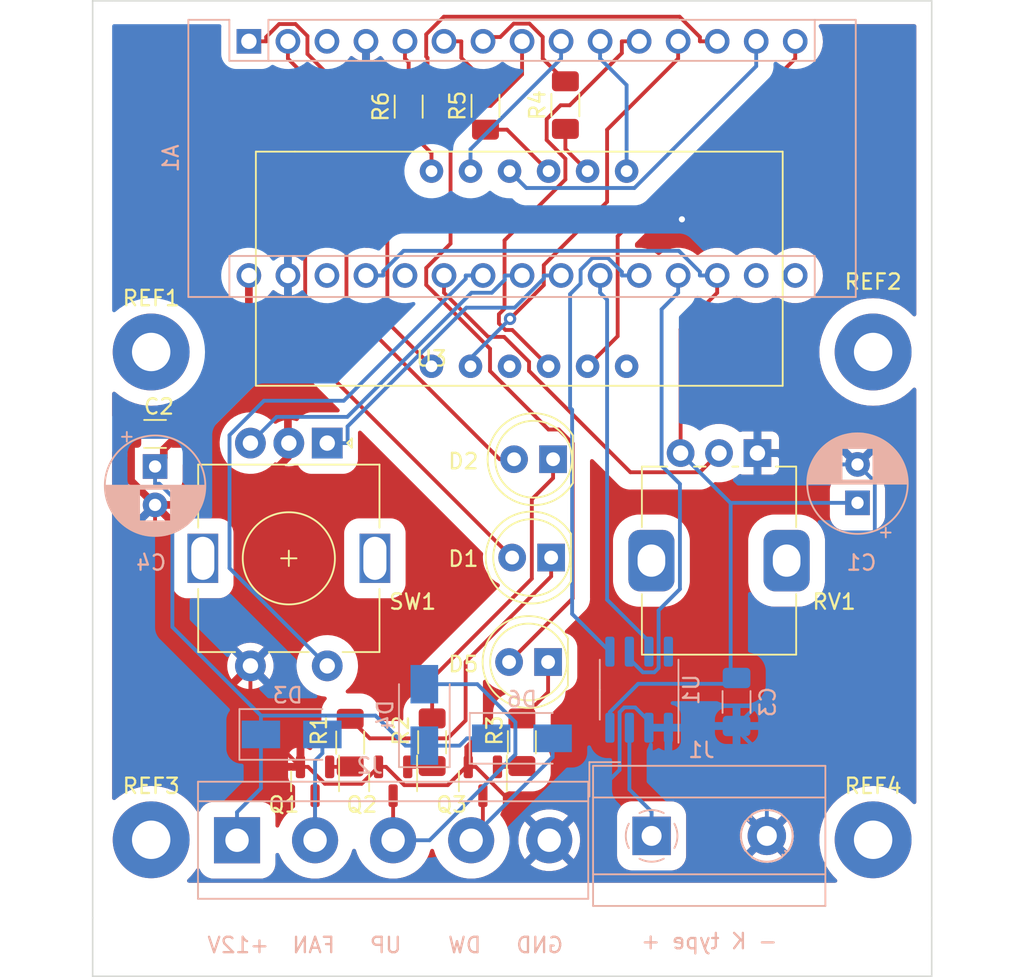
<source format=kicad_pcb>
(kicad_pcb (version 20211014) (generator pcbnew)
  (layers (0 "F.Cu" signal) (31 "B.Cu" signal) (34 "B.Paste" user) (35 "F.Paste" user) (36 "B.SilkS" user "B.Silkscreen") (37 "F.SilkS" user "F.Silkscreen") (38 "B.Mask" user) (39 "F.Mask" user) (44 "Edge.Cuts" user))
  (net 0 "")
  (net 1 "Net-(A1-Pad1)")
  (net 2 "Net-(A1-Pad2)")
  (net 4 "GND")
  (net 5 "Net-(A1-Pad5)")
  (net 6 "Net-(A1-Pad6)")
  (net 7 "Net-(A1-Pad7)")
  (net 8 "Net-(A1-Pad8)")
  (net 9 "Net-(A1-Pad9)")
  (net 10 "Net-(A1-Pad10)")
  (net 11 "Net-(A1-Pad11)")
  (net 12 "Net-(A1-Pad12)")
  (net 13 "Net-(A1-Pad13)")
  (net 14 "Net-(A1-Pad14)")
  (net 15 "Net-(A1-Pad15)")
  (net 18 "Net-(A1-Pad18)")
  (net 19 "Net-(A1-Pad19)")
  (net 20 "Net-(A1-Pad20)")
  (net 21 "Net-(A1-Pad21)")
  (net 22 "Net-(A1-Pad22)")
  (net 23 "Net-(A1-Pad23)")
  (net 24 "Net-(A1-Pad24)")
  (net 25 "Net-(A1-Pad25)")
  (net 28 "Net-(J1-Pad1)")
  (net 29 "Net-(D1-Pad1)")
  (net 30 "Net-(D2-Pad1)")
  (net 31 "/DW")
  (net 32 "/UP")
  (net 33 "Net-(D5-Pad1)")
  (net 34 "/FAN")
  (net 35 "Net-(R4-Pad1)")
  (net 36 "Net-(Q1-Pad1)")
  (net 37 "Net-(Q2-Pad1)")
  (net 38 "Net-(Q3-Pad1)")
  (net 39 "Net-(R5-Pad1)")
  (net 40 "Net-(R6-Pad1)")
  (net 43 "/+12V")
  (footprint "Rotary_Encoder:RotaryEncoder_Alps_EC11E-Switch_Vertical_H20mm" (layer "F.Cu") (at 128.3 89.75 -90)
    (fp_text reference "SW1" (at 10.326 -5.558 180) (layer "F.SilkS"))
    (fp_text value "RotaryEncoder")
    (pad "A" thru_hole rect (at 0 0 270) (size 2 2) (drill 1) (layers *.Cu *.Mask) (net 22 "Net-(A1-Pad22)"))
    (pad "B" thru_hole circle (at 0 5 270) (size 2 2) (drill 1) (layers *.Cu *.Mask) (net 23 "Net-(A1-Pad23)"))
    (pad "C" thru_hole circle (at 0 2.5 270) (size 2 2) (drill 1) (layers *.Cu *.Mask) (net 4 "GND"))
    (pad "MP" thru_hole rect (at 7.5 -3.1 270) (size 3.2 2) (drill oval 2.8 1.5) (layers *.Cu *.Mask))
    (pad "MP" thru_hole rect (at 7.5 8.1 270) (size 3.2 2) (drill oval 2.8 1.5) (layers *.Cu *.Mask))
    (pad "S1" thru_hole circle (at 14.5 5 270) (size 2 2) (drill 1) (layers *.Cu *.Mask) (net 4 "GND"))
    (pad "S2" thru_hole circle (at 14.5 0 270) (size 2 2) (drill 1) (layers *.Cu *.Mask) (net 24 "Net-(A1-Pad24)"))
  )
  (footprint "Potentiometer_THT:Potentiometer_Alps_RK09K_Single_Vertical" (layer "F.Cu") (at 156.3 90.4 -90)
    (fp_text reference "RV1" (at 9.676 -4.99 180) (layer "F.SilkS"))
    (fp_text value "10K")
    (pad "1" thru_hole rect (at 0 0 270) (size 1.8 1.8) (drill 1) (layers *.Cu *.Mask) (net 4 "GND"))
    (pad "2" thru_hole circle (at 0 2.5 270) (size 1.8 1.8) (drill 1) (layers *.Cu *.Mask) (net 25 "Net-(A1-Pad25)"))
    (pad "3" thru_hole circle (at 0 5 270) (size 1.8 1.8) (drill 1) (layers *.Cu *.Mask) (net 18 "Net-(A1-Pad18)"))
    (pad "MP" thru_hole roundrect (at 7 6.9 270) (size 4 3) (drill oval 2.1 1.8) (layers *.Cu *.Mask))
    (pad "MP" thru_hole roundrect (at 7 -1.9 270) (size 4 3) (drill oval 2.1 1.8) (layers *.Cu *.Mask))
  )
  (footprint "Resistor_SMD:R_1206_3216Metric_Pad1.30x1.75mm_HandSolder" (layer "F.Cu") (at 129.794 109.246 90)
    (fp_text reference "R1" (at 0.788 -2.032 90) (layer "F.SilkS"))
    (fp_text value "150")
    (pad "1" smd roundrect (at -1.55 0 90) (size 1.3 1.75) (layers "F.Cu" "F.Paste" "F.Mask") (roundrect_rratio 0.192308) (net 36 "Net-(Q1-Pad1)"))
    (pad "2" smd roundrect (at 1.55 0 90) (size 1.3 1.75) (layers "F.Cu" "F.Paste" "F.Mask") (roundrect_rratio 0.192308) (net 29 "Net-(D1-Pad1)"))
  )
  (footprint "LED_THT:LED_D5.0mm" (layer "F.Cu") (at 143 90.8 180)
    (fp_text reference "D2" (at 5.84 -0.132) (layer "F.SilkS"))
    (fp_text value "LED")
    (pad "1" thru_hole rect (at 0 0 180) (size 1.8 1.8) (drill 0.9) (layers *.Cu *.Mask) (net 30 "Net-(D2-Pad1)"))
    (pad "2" thru_hole circle (at 2.54 0 180) (size 1.8 1.8) (drill 0.9) (layers *.Cu *.Mask) (net 1 "Net-(A1-Pad1)"))
  )
  (footprint "LED_THT:LED_D5.0mm" (layer "F.Cu") (at 142.875 97.2 180)
    (fp_text reference "D1" (at 5.715 -0.082) (layer "F.SilkS"))
    (fp_text value "LED")
    (pad "1" thru_hole rect (at 0 0 180) (size 1.8 1.8) (drill 0.9) (layers *.Cu *.Mask) (net 29 "Net-(D1-Pad1)"))
    (pad "2" thru_hole circle (at 2.54 0 180) (size 1.8 1.8) (drill 0.9) (layers *.Cu *.Mask) (net 2 "Net-(A1-Pad2)"))
  )
  (footprint "Resistor_SMD:R_1206_3216Metric_Pad1.30x1.75mm_HandSolder" (layer "F.Cu") (at 140.97 109.22 90)
    (fp_text reference "R3" (at 0.762 -1.778 90) (layer "F.SilkS"))
    (fp_text value "150")
    (pad "1" smd roundrect (at -1.55 0 90) (size 1.3 1.75) (layers "F.Cu" "F.Paste" "F.Mask") (roundrect_rratio 0.192308) (net 38 "Net-(Q3-Pad1)"))
    (pad "2" smd roundrect (at 1.55 0 90) (size 1.3 1.75) (layers "F.Cu" "F.Paste" "F.Mask") (roundrect_rratio 0.192308) (net 33 "Net-(D5-Pad1)"))
  )
  (footprint "LED_THT:LED_D5.0mm" (layer "F.Cu") (at 142.675 104 180)
    (fp_text reference "D5" (at 5.515 -0.14) (layer "F.SilkS"))
    (fp_text value "LED")
    (pad "1" thru_hole rect (at 0 0 180) (size 1.8 1.8) (drill 0.9) (layers *.Cu *.Mask) (net 33 "Net-(D5-Pad1)"))
    (pad "2" thru_hole circle (at 2.54 0 180) (size 1.8 1.8) (drill 0.9) (layers *.Cu *.Mask) (net 8 "Net-(A1-Pad8)"))
  )
  (footprint "MountingHole:MountingHole_2.5mm_Pad" (layer "F.Cu") (at 163.83 83.82)
    (fp_text reference "REF2" (at 0 -4.572) (layer "F.SilkS"))
    (fp_text value "MountingHole_2.5mm_Pad")
    (pad "1" thru_hole circle (at 0 0) (size 5 5) (drill 2.5) (layers *.Cu *.Mask))
  )
  (footprint "Resistor_SMD:R_1206_3216Metric_Pad1.30x1.75mm_HandSolder" (layer "F.Cu") (at 143.8 67.75 90)
    (fp_text reference "R4" (at 0 -1.82 90) (layer "F.SilkS"))
    (fp_text value "220")
    (pad "1" smd roundrect (at -1.55 0 90) (size 1.3 1.75) (layers "F.Cu" "F.Paste" "F.Mask") (roundrect_rratio 0.192308) (net 35 "Net-(R4-Pad1)"))
    (pad "2" smd roundrect (at 1.55 0 90) (size 1.3 1.75) (layers "F.Cu" "F.Paste" "F.Mask") (roundrect_rratio 0.192308) (net 7 "Net-(A1-Pad7)"))
  )
  (footprint "Resistor_SMD:R_1206_3216Metric_Pad1.30x1.75mm_HandSolder" (layer "F.Cu") (at 138.6 67.8 90)
    (fp_text reference "R5" (at 0 -1.82 90) (layer "F.SilkS"))
    (fp_text value "220")
    (pad "1" smd roundrect (at -1.55 0 90) (size 1.3 1.75) (layers "F.Cu" "F.Paste" "F.Mask") (roundrect_rratio 0.192308) (net 39 "Net-(R5-Pad1)"))
    (pad "2" smd roundrect (at 1.55 0 90) (size 1.3 1.75) (layers "F.Cu" "F.Paste" "F.Mask") (roundrect_rratio 0.192308) (net 6 "Net-(A1-Pad6)"))
  )
  (footprint "Package_TO_SOT_SMD:SOT-23" (layer "F.Cu") (at 127.508 111.76 -90)
    (fp_text reference "Q1" (at 1.524 2.032 180) (layer "F.SilkS"))
    (fp_text value "BC817")
    (pad "1" smd roundrect (at -0.9375 -0.95 270) (size 1.475 0.6) (layers "F.Cu" "F.Paste" "F.Mask") (net 36 "Net-(Q1-Pad1)"))
    (pad "2" smd roundrect (at -0.9375 0.95 270) (size 1.475 0.6) (layers "F.Cu" "F.Paste" "F.Mask") (net 4 "GND"))
    (pad "3" smd roundrect (at 0.9375 0 270) (size 1.475 0.6) (layers "F.Cu" "F.Paste" "F.Mask") (net 34 "/FAN"))
  )
  (footprint "MountingHole:MountingHole_2.5mm_Pad" (layer "F.Cu") (at 163.83 115.57)
    (fp_text reference "REF4" (at 0 -3.5) (layer "F.SilkS"))
    (fp_text value "MountingHole_2.5mm_Pad")
    (pad "1" thru_hole circle (at 0 0) (size 5 5) (drill 2.5) (layers *.Cu *.Mask))
  )
  (footprint "Package_TO_SOT_SMD:SOT-23" (layer "F.Cu") (at 138.43 111.76 -90)
    (fp_text reference "Q3" (at 1.524 2.032 180) (layer "F.SilkS"))
    (fp_text value "BC817")
    (pad "1" smd roundrect (at -0.9375 -0.95 270) (size 1.475 0.6) (layers "F.Cu" "F.Paste" "F.Mask") (net 38 "Net-(Q3-Pad1)"))
    (pad "2" smd roundrect (at -0.9375 0.95 270) (size 1.475 0.6) (layers "F.Cu" "F.Paste" "F.Mask") (net 4 "GND"))
    (pad "3" smd roundrect (at 0.9375 0 270) (size 1.475 0.6) (layers "F.Cu" "F.Paste" "F.Mask") (net 31 "/DW"))
  )
  (footprint "MountingHole:MountingHole_2.5mm_Pad" (layer "F.Cu") (at 116.84 115.57)
    (fp_text reference "REF3" (at 0 -3.5) (layer "F.SilkS"))
    (fp_text value "MountingHole_2.5mm_Pad")
    (pad "1" thru_hole circle (at 0 0) (size 5 5) (drill 2.5) (layers *.Cu *.Mask))
  )
  (footprint "Display3bit:LTD040BUE-101A" (layer "F.Cu") (at 135.085 84.75)
    (fp_text reference "U3" (at 0 -0.5 unlocked) (layer "F.SilkS"))
    (fp_text value "LTD040BUE-101A")
    (pad "1" thru_hole circle (at 0 0) (size 1.524 1.524) (drill 0.762) (layers *.Cu *.Mask) (net 13 "Net-(A1-Pad13)"))
    (pad "2" thru_hole circle (at 2.54 0) (size 1.524 1.524) (drill 0.762) (layers *.Cu *.Mask) (net 12 "Net-(A1-Pad12)"))
    (pad "3" thru_hole circle (at 5.08 0) (size 1.524 1.524) (drill 0.762) (layers *.Cu *.Mask))
    (pad "4" thru_hole circle (at 7.62 0) (size 1.524 1.524) (drill 0.762) (layers *.Cu *.Mask) (net 11 "Net-(A1-Pad11)"))
    (pad "5" thru_hole circle (at 10.16 0) (size 1.524 1.524) (drill 0.762) (layers *.Cu *.Mask) (net 15 "Net-(A1-Pad15)"))
    (pad "6" thru_hole circle (at 12.7 0) (size 1.524 1.524) (drill 0.762) (layers *.Cu *.Mask))
    (pad "7" thru_hole circle (at 12.7 -12.7) (size 1.524 1.524) (drill 0.762) (layers *.Cu *.Mask) (net 10 "Net-(A1-Pad10)"))
    (pad "8" thru_hole circle (at 10.16 -12.7) (size 1.524 1.524) (drill 0.762) (layers *.Cu *.Mask) (net 35 "Net-(R4-Pad1)"))
    (pad "9" thru_hole circle (at 7.62 -12.7) (size 1.524 1.524) (drill 0.762) (layers *.Cu *.Mask) (net 39 "Net-(R5-Pad1)"))
    (pad "10" thru_hole circle (at 5.08 -12.7) (size 1.524 1.524) (drill 0.762) (layers *.Cu *.Mask) (net 14 "Net-(A1-Pad14)"))
    (pad "11" thru_hole circle (at 2.54 -12.7) (size 1.524 1.524) (drill 0.762) (layers *.Cu *.Mask) (net 9 "Net-(A1-Pad9)"))
    (pad "12" thru_hole circle (at 0 -12.7) (size 1.524 1.524) (drill 0.762) (layers *.Cu *.Mask) (net 40 "Net-(R6-Pad1)"))
  )
  (footprint "Capacitor_SMD:C_1206_3216Metric_Pad1.33x1.80mm_HandSolder" (layer "F.Cu") (at 117.094 89.154 180)
    (fp_text reference "C2" (at -0.254 1.778) (layer "F.SilkS"))
    (fp_text value "100n")
    (pad "1" smd roundrect (at -1.5625 0 180) (size 1.325 1.8) (layers "F.Cu" "F.Paste" "F.Mask") (roundrect_rratio 0.188679) (net 43 "/+12V"))
    (pad "2" smd roundrect (at 1.5625 0 180) (size 1.325 1.8) (layers "F.Cu" "F.Paste" "F.Mask") (roundrect_rratio 0.188679) (net 4 "GND"))
  )
  (footprint "Resistor_SMD:R_1206_3216Metric_Pad1.30x1.75mm_HandSolder" (layer "F.Cu") (at 133.6 67.85 90)
    (fp_text reference "R6" (at 0 -1.82 90) (layer "F.SilkS"))
    (fp_text value "220")
    (pad "1" smd roundrect (at -1.55 0 90) (size 1.3 1.75) (layers "F.Cu" "F.Paste" "F.Mask") (roundrect_rratio 0.192308) (net 40 "Net-(R6-Pad1)"))
    (pad "2" smd roundrect (at 1.55 0 90) (size 1.3 1.75) (layers "F.Cu" "F.Paste" "F.Mask") (roundrect_rratio 0.192308) (net 5 "Net-(A1-Pad5)"))
  )
  (footprint "MountingHole:MountingHole_2.5mm_Pad" (layer "F.Cu") (at 116.84 83.82)
    (fp_text reference "REF1" (at 0 -3.5) (layer "F.SilkS"))
    (fp_text value "MountingHole_2.5mm_Pad")
    (pad "1" thru_hole circle (at 0 0) (size 5 5) (drill 2.5) (layers *.Cu *.Mask))
  )
  (footprint "Resistor_SMD:R_1206_3216Metric_Pad1.30x1.75mm_HandSolder" (layer "F.Cu") (at 135.128 109.22 90)
    (fp_text reference "R2" (at 0.762 -2.032 90) (layer "F.SilkS"))
    (fp_text value "150")
    (pad "1" smd roundrect (at -1.55 0 90) (size 1.3 1.75) (layers "F.Cu" "F.Paste" "F.Mask") (roundrect_rratio 0.192308) (net 37 "Net-(Q2-Pad1)"))
    (pad "2" smd roundrect (at 1.55 0 90) (size 1.3 1.75) (layers "F.Cu" "F.Paste" "F.Mask") (roundrect_rratio 0.192308) (net 30 "Net-(D2-Pad1)"))
  )
  (footprint "Package_TO_SOT_SMD:SOT-23" (layer "F.Cu") (at 132.588 111.76 -90)
    (fp_text reference "Q2" (at 1.524 2.032 180) (layer "F.SilkS"))
    (fp_text value "BC817")
    (pad "1" smd roundrect (at -0.9375 -0.95 270) (size 1.475 0.6) (layers "F.Cu" "F.Paste" "F.Mask") (net 37 "Net-(Q2-Pad1)"))
    (pad "2" smd roundrect (at -0.9375 0.95 270) (size 1.475 0.6) (layers "F.Cu" "F.Paste" "F.Mask") (net 4 "GND"))
    (pad "3" smd roundrect (at 0.9375 0 270) (size 1.475 0.6) (layers "F.Cu" "F.Paste" "F.Mask") (net 32 "/UP"))
  )
  (footprint "Module:Arduino_Nano" (layer "B.Cu") (at 123.2 63.6 -90)
    (fp_text reference "A1" (at 7.62 5.08 90) (layer "B.SilkS") (effects (justify mirror)))
    (fp_text value "Arduino_Nano_v3.x")
    (pad "1" thru_hole rect (at 0 0 270) (size 1.6 1.6) (drill 1) (layers *.Cu *.Mask) (net 1 "Net-(A1-Pad1)"))
    (pad "2" thru_hole oval (at 0 -2.54 270) (size 1.6 1.6) (drill 1) (layers *.Cu *.Mask) (net 2 "Net-(A1-Pad2)"))
    (pad "3" thru_hole oval (at 0 -5.08 270) (size 1.6 1.6) (drill 1) (layers *.Cu *.Mask))
    (pad "4" thru_hole oval (at 0 -7.62 270) (size 1.6 1.6) (drill 1) (layers *.Cu *.Mask) (net 4 "GND"))
    (pad "5" thru_hole oval (at 0 -10.16 270) (size 1.6 1.6) (drill 1) (layers *.Cu *.Mask) (net 5 "Net-(A1-Pad5)"))
    (pad "6" thru_hole oval (at 0 -12.7 270) (size 1.6 1.6) (drill 1) (layers *.Cu *.Mask) (net 6 "Net-(A1-Pad6)"))
    (pad "7" thru_hole oval (at 0 -15.24 270) (size 1.6 1.6) (drill 1) (layers *.Cu *.Mask) (net 7 "Net-(A1-Pad7)"))
    (pad "8" thru_hole oval (at 0 -17.78 270) (size 1.6 1.6) (drill 1) (layers *.Cu *.Mask) (net 8 "Net-(A1-Pad8)"))
    (pad "9" thru_hole oval (at 0 -20.32 270) (size 1.6 1.6) (drill 1) (layers *.Cu *.Mask) (net 9 "Net-(A1-Pad9)"))
    (pad "10" thru_hole oval (at 0 -22.86 270) (size 1.6 1.6) (drill 1) (layers *.Cu *.Mask) (net 10 "Net-(A1-Pad10)"))
    (pad "11" thru_hole oval (at 0 -25.4 270) (size 1.6 1.6) (drill 1) (layers *.Cu *.Mask) (net 11 "Net-(A1-Pad11)"))
    (pad "12" thru_hole oval (at 0 -27.94 270) (size 1.6 1.6) (drill 1) (layers *.Cu *.Mask) (net 12 "Net-(A1-Pad12)"))
    (pad "13" thru_hole oval (at 0 -30.48 270) (size 1.6 1.6) (drill 1) (layers *.Cu *.Mask) (net 13 "Net-(A1-Pad13)"))
    (pad "14" thru_hole oval (at 0 -33.02 270) (size 1.6 1.6) (drill 1) (layers *.Cu *.Mask) (net 14 "Net-(A1-Pad14)"))
    (pad "15" thru_hole oval (at 0 -35.56 270) (size 1.6 1.6) (drill 1) (layers *.Cu *.Mask) (net 15 "Net-(A1-Pad15)"))
    (pad "16" thru_hole oval (at 15.24 -35.56 270) (size 1.6 1.6) (drill 1) (layers *.Cu *.Mask))
    (pad "17" thru_hole oval (at 15.24 -33.02 270) (size 1.6 1.6) (drill 1) (layers *.Cu *.Mask))
    (pad "18" thru_hole oval (at 15.24 -30.48 270) (size 1.6 1.6) (drill 1) (layers *.Cu *.Mask) (net 18 "Net-(A1-Pad18)"))
    (pad "19" thru_hole oval (at 15.24 -27.94 270) (size 1.6 1.6) (drill 1) (layers *.Cu *.Mask) (net 19 "Net-(A1-Pad19)"))
    (pad "20" thru_hole oval (at 15.24 -25.4 270) (size 1.6 1.6) (drill 1) (layers *.Cu *.Mask) (net 20 "Net-(A1-Pad20)"))
    (pad "21" thru_hole oval (at 15.24 -22.86 270) (size 1.6 1.6) (drill 1) (layers *.Cu *.Mask) (net 21 "Net-(A1-Pad21)"))
    (pad "22" thru_hole oval (at 15.24 -20.32 270) (size 1.6 1.6) (drill 1) (layers *.Cu *.Mask) (net 22 "Net-(A1-Pad22)"))
    (pad "23" thru_hole oval (at 15.24 -17.78 270) (size 1.6 1.6) (drill 1) (layers *.Cu *.Mask) (net 23 "Net-(A1-Pad23)"))
    (pad "24" thru_hole oval (at 15.24 -15.24 270) (size 1.6 1.6) (drill 1) (layers *.Cu *.Mask) (net 24 "Net-(A1-Pad24)"))
    (pad "25" thru_hole oval (at 15.24 -12.7 270) (size 1.6 1.6) (drill 1) (layers *.Cu *.Mask) (net 25 "Net-(A1-Pad25)"))
    (pad "26" thru_hole oval (at 15.24 -10.16 270) (size 1.6 1.6) (drill 1) (layers *.Cu *.Mask))
    (pad "27" thru_hole oval (at 15.24 -7.62 270) (size 1.6 1.6) (drill 1) (layers *.Cu *.Mask) (net 18 "Net-(A1-Pad18)"))
    (pad "28" thru_hole oval (at 15.24 -5.08 270) (size 1.6 1.6) (drill 1) (layers *.Cu *.Mask))
    (pad "29" thru_hole oval (at 15.24 -2.54 270) (size 1.6 1.6) (drill 1) (layers *.Cu *.Mask) (net 4 "GND"))
    (pad "30" thru_hole oval (at 15.24 0 270) (size 1.6 1.6) (drill 1) (layers *.Cu *.Mask) (net 43 "/+12V"))
  )
  (footprint "Capacitor_THT:CP_Radial_D6.3mm_P2.50mm" (layer "B.Cu") (at 162.814 93.6384 90)
    (fp_text reference "C1" (at -3.8976 0.254) (layer "B.SilkS") (effects (justify mirror)))
    (fp_text value "10u")
    (pad "1" thru_hole rect (at 0 0 90) (size 1.6 1.6) (drill 0.8) (layers *.Cu *.Mask) (net 18 "Net-(A1-Pad18)"))
    (pad "2" thru_hole circle (at 2.5 0 90) (size 1.6 1.6) (drill 0.8) (layers *.Cu *.Mask) (net 4 "GND"))
  )
  (footprint "Capacitor_SMD:C_1206_3216Metric_Pad1.33x1.80mm_HandSolder" (layer "B.Cu") (at 154.94 106.6 -90)
    (fp_text reference "C3" (at 0 -2.032 90) (layer "B.SilkS") (effects (justify mirror)))
    (fp_text value "100n")
    (pad "1" smd roundrect (at -1.5625 0 270) (size 1.325 1.8) (layers "B.Cu" "B.Paste" "B.Mask") (roundrect_rratio 0.188679) (net 18 "Net-(A1-Pad18)"))
    (pad "2" smd roundrect (at 1.5625 0 270) (size 1.325 1.8) (layers "B.Cu" "B.Paste" "B.Mask") (roundrect_rratio 0.188679) (net 4 "GND"))
  )
  (footprint "Diode_SMD:D_SMA" (layer "B.Cu") (at 140.97 108.966)
    (fp_text reference "D6" (at 0 -2.54) (layer "B.SilkS") (effects (justify mirror)))
    (fp_text value "SS14")
    (pad "1" smd rect (at -2 0) (size 2.5 1.8) (layers "B.Cu" "B.Paste" "B.Mask") (net 43 "/+12V"))
    (pad "2" smd rect (at 2 0) (size 2.5 1.8) (layers "B.Cu" "B.Paste" "B.Mask") (net 31 "/DW"))
  )
  (footprint "Diode_SMD:D_SMA" (layer "B.Cu") (at 134.62 107.442 90)
    (fp_text reference "D4" (at 0 -2.54 90) (layer "B.SilkS") (effects (justify mirror)))
    (fp_text value "SS14")
    (pad "1" smd rect (at -2 0 90) (size 2.5 1.8) (layers "B.Cu" "B.Paste" "B.Mask") (net 43 "/+12V"))
    (pad "2" smd rect (at 2 0 90) (size 2.5 1.8) (layers "B.Cu" "B.Paste" "B.Mask") (net 32 "/UP"))
  )
  (footprint "Capacitor_THT:CP_Radial_D6.3mm_P2.50mm" (layer "B.Cu") (at 117.094 91.2736 -90)
    (fp_text reference "C4" (at 6.2624 0.254) (layer "B.SilkS") (effects (justify mirror)))
    (fp_text value "10u")
    (pad "1" thru_hole rect (at 0 0 270) (size 1.6 1.6) (drill 0.8) (layers *.Cu *.Mask) (net 43 "/+12V"))
    (pad "2" thru_hole circle (at 2.5 0 270) (size 1.6 1.6) (drill 0.8) (layers *.Cu *.Mask) (net 4 "GND"))
  )
  (footprint "TerminalBlock_MetzConnect:TerminalBlock_MetzConnect_Type171_RT13702HBWC_1x02_P7.50mm_Horizontal" (layer "B.Cu") (at 149.412 115.316)
    (fp_text reference "J1" (at 3.242 -5.588) (layer "B.SilkS") (effects (justify mirror)))
    (fp_text value "Terminalx02")
    (pad "1" thru_hole rect (at 0 0) (size 2.5 2.5) (drill 1.3) (layers *.Cu *.Mask) (net 28 "Net-(J1-Pad1)"))
    (pad "2" thru_hole circle (at 7.5 0) (size 2.5 2.5) (drill 1.3) (layers *.Cu *.Mask) (net 4 "GND"))
  )
  (footprint "Diode_SMD:D_SMA" (layer "B.Cu") (at 125.984 108.712)
    (fp_text reference "D3" (at -0.254 -2.54) (layer "B.SilkS") (effects (justify mirror)))
    (fp_text value "SS14")
    (pad "1" smd rect (at -2 0) (size 2.5 1.8) (layers "B.Cu" "B.Paste" "B.Mask") (net 43 "/+12V"))
    (pad "2" smd rect (at 2 0) (size 2.5 1.8) (layers "B.Cu" "B.Paste" "B.Mask") (net 34 "/FAN"))
  )
  (footprint "Package_SO:SOIC-8_3.9x4.9mm_P1.27mm" (layer "B.Cu") (at 148.6 105.8 90)
    (fp_text reference "U1" (at 0 3.4 90) (layer "B.SilkS") (effects (justify mirror)))
    (fp_text value "MAX6675")
    (pad "1" smd roundrect (at -2.475 1.905 90) (size 1.95 0.6) (layers "B.Cu" "B.Paste" "B.Mask") (net 4 "GND"))
    (pad "2" smd roundrect (at -2.475 0.635 90) (size 1.95 0.6) (layers "B.Cu" "B.Paste" "B.Mask") (net 4 "GND"))
    (pad "3" smd roundrect (at -2.475 -0.635 90) (size 1.95 0.6) (layers "B.Cu" "B.Paste" "B.Mask") (net 28 "Net-(J1-Pad1)"))
    (pad "4" smd roundrect (at -2.475 -1.905 90) (size 1.95 0.6) (layers "B.Cu" "B.Paste" "B.Mask") (net 18 "Net-(A1-Pad18)"))
    (pad "5" smd roundrect (at 2.475 -1.905 90) (size 1.95 0.6) (layers "B.Cu" "B.Paste" "B.Mask") (net 20 "Net-(A1-Pad20)"))
    (pad "6" smd roundrect (at 2.475 -0.635 90) (size 1.95 0.6) (layers "B.Cu" "B.Paste" "B.Mask") (net 19 "Net-(A1-Pad19)"))
    (pad "7" smd roundrect (at 2.475 0.635 90) (size 1.95 0.6) (layers "B.Cu" "B.Paste" "B.Mask") (net 21 "Net-(A1-Pad21)"))
    (pad "8" smd roundrect (at 2.475 1.905 90) (size 1.95 0.6) (layers "B.Cu" "B.Paste" "B.Mask"))
  )
  (footprint "TerminalBlock:TerminalBlock_bornier-5_P5.08mm" (layer "B.Cu") (at 122.428 115.6)
    (fp_text reference "J2" (at 8.636 -4.856 180) (layer "B.SilkS") (effects (justify mirror)))
    (fp_text value "Terminalx05")
    (pad "1" thru_hole rect (at 0 0) (size 3 3) (drill 1.52) (layers *.Cu *.Mask) (net 43 "/+12V"))
    (pad "2" thru_hole circle (at 5.08 0) (size 3 3) (drill 1.52) (layers *.Cu *.Mask) (net 34 "/FAN"))
    (pad "3" thru_hole circle (at 10.16 0) (size 3 3) (drill 1.52) (layers *.Cu *.Mask) (net 32 "/UP"))
    (pad "4" thru_hole circle (at 15.24 0) (size 3 3) (drill 1.52) (layers *.Cu *.Mask) (net 31 "/DW"))
    (pad "5" thru_hole circle (at 20.32 0) (size 3 3) (drill 1.52) (layers *.Cu *.Mask) (net 4 "GND"))
  )
  (gr_line (start 167.64 124.46) (end 167.64 120.65) (layer "Edge.Cuts") (width 0.1))
  (gr_line (start 167.64 60.96) (end 114.3 60.96) (layer "Edge.Cuts") (width 0.1))
  (gr_line (start 167.64 124.46) (end 113.03 124.46) (layer "Edge.Cuts") (width 0.1))
  (gr_line (start 113.03 120.65) (end 113.03 60.96) (layer "Edge.Cuts") (width 0.1))
  (gr_line (start 114.3 60.96) (end 113.03 60.96) (layer "Edge.Cuts") (width 0.1))
  (gr_line (start 167.64 120.65) (end 167.64 60.96) (layer "Edge.Cuts") (width 0.1))
  (gr_line (start 113.03 124.46) (end 113.03 120.65) (layer "Edge.Cuts") (width 0.1))
  (gr_text "GND   DW    UP   FAN  +12V" (at 132.08 122.428) (layer "B.SilkS") (effects (font (size 1 1)) (justify mirror)))
  (gr_text "- K type +" (at 153.162 122.174) (layer "B.SilkS") (effects (font (size 1 1)) (justify mirror)))
  (segment (start 124.3251 63.6) (end 124.3251 63.3186) (width 0.25) (layer "F.Cu") (net 1))
  (segment (start 127.01 63.2521) (end 127.01 64.4199) (width 0.25) (layer "F.Cu") (net 1))
  (segment (start 127.01 64.4199) (end 129.55 66.9599) (width 0.25) (layer "F.Cu") (net 1))
  (segment (start 129.55 80.8291) (end 139.5209 90.8) (width 0.25) (layer "F.Cu") (net 1))
  (segment (start 125.1688 62.4749) (end 126.2328 62.4749) (width 0.25) (layer "F.Cu") (net 1))
  (segment (start 129.55 66.9599) (end 129.55 80.8291) (width 0.25) (layer "F.Cu") (net 1))
  (segment (start 124.3251 63.3186) (end 125.1688 62.4749) (width 0.25) (layer "F.Cu") (net 1))
  (segment (start 126.2328 62.4749) (end 127.01 63.2521) (width 0.25) (layer "F.Cu") (net 1))
  (segment (start 123.2 63.6) (end 124.3251 63.6) (width 0.25) (layer "F.Cu") (net 1))
  (segment (start 139.5209 90.8) (end 140.46 90.8) (width 0.25) (layer "F.Cu") (net 1))
  (segment (start 126.8651 83.7301) (end 140.335 97.2) (width 0.25) (layer "F.Cu") (net 2))
  (segment (start 125.74 64.7251) (end 126.8651 65.8502) (width 0.25) (layer "F.Cu") (net 2))
  (segment (start 126.8651 65.8502) (end 126.8651 83.7301) (width 0.25) (layer "F.Cu") (net 2))
  (segment (start 125.74 63.6) (end 125.74 64.7251) (width 0.25) (layer "F.Cu") (net 2))
  (segment (start 137.3355 110.8225) (end 137.48 110.8225) (width 0.25) (layer "F.Cu") (net 4))
  (segment (start 125.74 90.668) (end 122.936 93.472) (width 0.5) (layer "F.Cu") (net 4))
  (segment (start 137.9675 110.8225) (end 137.48 110.8225) (width 0.25) (layer "F.Cu") (net 4))
  (segment (start 128.1481 111.9251) (end 127.0455 110.8225) (width 0.25) (layer "F.Cu") (net 4))
  (segment (start 130.5354 111.9251) (end 128.1481 111.9251) (width 0.25) (layer "F.Cu") (net 4))
  (segment (start 133.313751 112.014) (end 132.122251 110.8225) (width 0.25) (layer "F.Cu") (net 4))
  (segment (start 117.094 100.838) (end 117.094 93.7736) (width 0.25) (layer "F.Cu") (net 4))
  (segment (start 127.0455 110.8225) (end 126.558 110.8225) (width 0.25) (layer "F.Cu") (net 4))
  (segment (start 121.6564 93.7736) (end 117.094 93.7736) (width 0.5) (layer "F.Cu") (net 4))
  (segment (start 126.558 110.8225) (end 123.3 107.5645) (width 0.25) (layer "F.Cu") (net 4))
  (segment (start 131.638 110.8225) (end 130.5354 111.9251) (width 0.25) (layer "F.Cu") (net 4))
  (segment (start 123.3 104.25) (end 121.6564 102.6064) (width 0.25) (layer "F.Cu") (net 4))
  (segment (start 117.094 93.7736) (end 115.5315 92.2111) (width 0.5) (layer "F.Cu") (net 4))
  (segment (start 123.3 107.5645) (end 123.3 104.25) (width 0.25) (layer "F.Cu") (net 4))
  (segment (start 142.748 115.6) (end 142.745 115.6) (width 0.25) (layer "F.Cu") (net 4))
  (segment (start 122.936 93.472) (end 121.958 93.472) (width 0.5) (layer "F.Cu") (net 4))
  (segment (start 132.122251 110.8225) (end 131.638 110.8225) (width 0.25) (layer "F.Cu") (net 4))
  (segment (start 136.144 112.014) (end 133.313751 112.014) (width 0.25) (layer "F.Cu") (net 4))
  (segment (start 136.144 112.014) (end 137.3355 110.8225) (width 0.25) (layer "F.Cu") (net 4))
  (segment (start 125.74 78.84) (end 125.74 79.9651) (width 0.25) (layer "F.Cu") (net 4))
  (segment (start 121.958 93.472) (end 121.6564 93.7736) (width 0.5) (layer "F.Cu") (net 4))
  (segment (start 125.74 79.9651) (end 125.74 90.668) (width 0.5) (layer "F.Cu") (net 4))
  (segment (start 121.6564 102.6064) (end 118.8624 102.6064) (width 0.25) (layer "F.Cu") (net 4))
  (segment (start 142.745 115.6) (end 137.9675 110.8225) (width 0.25) (layer "F.Cu") (net 4))
  (segment (start 118.8624 102.6064) (end 117.094 100.838) (width 0.25) (layer "F.Cu") (net 4))
  (segment (start 115.5315 92.2111) (end 115.5315 89.154) (width 0.5) (layer "F.Cu") (net 4))
  (via (at 151.384 75.184) (size 0.8) (drill 0.4) (layers "F.Cu" "B.Cu") (net 4))
  (segment (start 158.2635 91.1384) (end 157.5251 90.4) (width 0.25) (layer "B.Cu") (net 4))
  (segment (start 156.3 90.4) (end 157.5251 90.4) (width 0.25) (layer "B.Cu") (net 4))
  (segment (start 148.345 106.9547) (end 149.235 107.8447) (width 0.25) (layer "B.Cu") (net 4))
  (segment (start 125.74 77.7149) (end 130.82 72.6349) (width 0.25) (layer "B.Cu") (net 4))
  (segment (start 163.9392 92.2636) (end 162.814 91.1384) (width 0.25) (layer "B.Cu") (net 4))
  (segment (start 154.94 108.1625) (end 163.9392 99.1633) (width 0.25) (layer "B.Cu") (net 4))
  (segment (start 156.912 110.3595) (end 154.8275 108.275) (width 0.25) (layer "B.Cu") (net 4))
  (segment (start 142.748 115.6) (end 147.3299 111.0181) (width 0.25) (layer "B.Cu") (net 4))
  (segment (start 130.82 72.6349) (end 130.82 63.6) (width 0.25) (layer "B.Cu") (net 4))
  (segment (start 147.3299 107.2624) (end 147.6376 106.9547) (width 0.25) (layer "B.Cu") (net 4))
  (segment (start 150.505 108.275) (end 149.235 108.275) (width 0.25) (layer "B.Cu") (net 4))
  (segment (start 149.235 107.8447) (end 149.235 108.275) (width 0.25) (layer "B.Cu") (net 4))
  (segment (start 125.74 78.84) (end 125.74 77.7149) (width 0.25) (layer "B.Cu") (net 4))
  (segment (start 147.6376 106.9547) (end 148.345 106.9547) (width 0.25) (layer "B.Cu") (net 4))
  (segment (start 162.814 91.1384) (end 158.2635 91.1384) (width 0.25) (layer "B.Cu") (net 4))
  (segment (start 163.9392 99.1633) (end 163.9392 92.2636) (width 0.25) (layer "B.Cu") (net 4))
  (segment (start 147.3299 111.0181) (end 147.3299 107.2624) (width 0.25) (layer "B.Cu") (net 4))
  (segment (start 154.8275 108.275) (end 154.94 108.1625) (width 0.25) (layer "B.Cu") (net 4))
  (segment (start 154.8275 108.275) (end 150.505 108.275) (width 0.25) (layer "B.Cu") (net 4))
  (segment (start 156.912 115.316) (end 156.912 110.3595) (width 0.25) (layer "B.Cu") (net 4))
  (segment (start 133.36 64.7251) (end 133.6 64.9651) (width 0.25) (layer "F.Cu") (net 5))
  (segment (start 133.36 63.6) (end 133.36 64.7251) (width 0.25) (layer "F.Cu") (net 5))
  (segment (start 133.6 64.9651) (end 133.6 66.3) (width 0.25) (layer "F.Cu") (net 5))
  (segment (start 137.0251 64.6751) (end 138.6 66.25) (width 0.25) (layer "F.Cu") (net 6))
  (segment (start 137.0251 63.6) (end 137.0251 64.6751) (width 0.25) (layer "F.Cu") (net 6))
  (segment (start 135.9 63.6) (end 137.0251 63.6) (width 0.25) (layer "F.Cu") (net 6))
  (segment (start 140.4351 62.4487) (end 141.4618 62.4487) (width 0.25) (layer "F.Cu") (net 7))
  (segment (start 142.3252 64.7252) (end 143.8 66.2) (width 0.25) (layer "F.Cu") (net 7))
  (segment (start 139.5651 63.3187) (end 138.7213 63.3187) (width 0.25) (layer "F.Cu") (net 7))
  (segment (start 138.7213 63.3187) (end 138.44 63.6) (width 0.25) (layer "F.Cu") (net 7))
  (segment (start 141.4618 62.4487) (end 142.3252 63.3121) (width 0.25) (layer "F.Cu") (net 7))
  (segment (start 142.3252 63.3121) (end 142.3252 64.7252) (width 0.25) (layer "F.Cu") (net 7))
  (segment (start 139.5651 63.3187) (end 140.4351 62.4487) (width 0.25) (layer "F.Cu") (net 7))
  (segment (start 144.2766 99.8584) (end 140.135 104) (width 0.25) (layer "F.Cu") (net 8))
  (segment (start 142.7027 88.8665) (end 143.3689 88.8665) (width 0.25) (layer "F.Cu") (net 8))
  (segment (start 143.3689 88.8665) (end 144.2766 89.7742) (width 0.25) (layer "F.Cu") (net 8))
  (segment (start 138.895 83.608) (end 138.895 85.0588) (width 0.25) (layer "F.Cu") (net 8))
  (segment (start 134.7425 78.3499) (end 134.7425 79.4555) (width 0.25) (layer "F.Cu") (net 8))
  (segment (start 138.26 67.8) (end 136.3257 69.7343) (width 0.25) (layer "F.Cu") (net 8))
  (segment (start 138.9331 67.8) (end 138.26 67.8) (width 0.25) (layer "F.Cu") (net 8))
  (segment (start 134.7425 79.4555) (end 138.895 83.608) (width 0.25) (layer "F.Cu") (net 8))
  (segment (start 140.98 65.7531) (end 138.9331 67.8) (width 0.25) (layer "F.Cu") (net 8))
  (segment (start 136.3257 69.7343) (end 136.3257 76.7667) (width 0.25) (layer "F.Cu") (net 8))
  (segment (start 144.2766 89.7742) (end 144.2766 99.8584) (width 0.25) (layer "F.Cu") (net 8))
  (segment (start 136.3257 76.7667) (end 134.7425 78.3499) (width 0.25) (layer "F.Cu") (net 8))
  (segment (start 138.895 85.0588) (end 142.7027 88.8665) (width 0.25) (layer "F.Cu") (net 8))
  (segment (start 140.98 63.6) (end 140.98 65.7531) (width 0.25) (layer "F.Cu") (net 8))
  (segment (start 143.52 64.7251) (end 137.625 70.6201) (width 0.25) (layer "B.Cu") (net 9))
  (segment (start 137.625 70.6201) (end 137.625 72.05) (width 0.25) (layer "B.Cu") (net 9))
  (segment (start 143.52 63.6) (end 143.52 64.7251) (width 0.25) (layer "B.Cu") (net 9))
  (segment (start 146.06 63.6) (end 146.06 64.7251) (width 0.25) (layer "B.Cu") (net 10))
  (segment (start 146.06 64.7251) (end 147.785 66.4501) (width 0.25) (layer "B.Cu") (net 10))
  (segment (start 147.785 66.4501) (end 147.785 72.05) (width 0.25) (layer "B.Cu") (net 10))
  (segment (start 139.4733 81.9625) (end 139.8981 82.3873) (width 0.25) (layer "F.Cu") (net 11))
  (segment (start 147.4749 63.6) (end 147.4749 64.3694) (width 0.25) (layer "F.Cu") (net 11))
  (segment (start 143.7998 72.5954) (end 139.8408 76.5544) (width 0.25) (layer "F.Cu") (net 11))
  (segment (start 139.8408 76.5544) (end 139.8408 80.9944) (width 0.25) (layer "F.Cu") (net 11))
  (segment (start 142.5832 70.0249) (end 143.7998 71.2415) (width 0.25) (layer "F.Cu") (net 11))
  (segment (start 139.4733 81.3619) (end 139.4733 81.9625) (width 0.25) (layer "F.Cu") (net 11))
  (segment (start 143.4886 67.7614) (end 142.5832 68.6668) (width 0.25) (layer "F.Cu") (net 11))
  (segment (start 147.4749 64.3694) (end 144.0829 67.7614) (width 0.25) (layer "F.Cu") (net 11))
  (segment (start 143.7998 71.2415) (end 143.7998 72.5954) (width 0.25) (layer "F.Cu") (net 11))
  (segment (start 142.5832 68.6668) (end 142.5832 70.0249) (width 0.25) (layer "F.Cu") (net 11))
  (segment (start 139.8408 80.9944) (end 139.4733 81.3619) (width 0.25) (layer "F.Cu") (net 11))
  (segment (start 148.6 63.6) (end 147.4749 63.6) (width 0.25) (layer "F.Cu") (net 11))
  (segment (start 144.0829 67.7614) (end 143.4886 67.7614) (width 0.25) (layer "F.Cu") (net 11))
  (segment (start 139.8981 82.3873) (end 140.3423 82.3873) (width 0.25) (layer "F.Cu") (net 11))
  (segment (start 140.3423 82.3873) (end 142.705 84.75) (width 0.25) (layer "F.Cu") (net 11))
  (segment (start 146.515 74.045) (end 142.3948 78.1652) (width 0.25) (layer "F.Cu") (net 12))
  (segment (start 151.14 64.7251) (end 146.515 69.3501) (width 0.25) (layer "F.Cu") (net 12))
  (segment (start 146.515 69.3501) (end 146.515 74.045) (width 0.25) (layer "F.Cu") (net 12))
  (segment (start 142.3948 78.1652) (end 142.3948 79.4658) (width 0.25) (layer "F.Cu") (net 12))
  (segment (start 151.14 63.6) (end 151.14 64.7251) (width 0.25) (layer "F.Cu") (net 12))
  (segment (start 142.3948 79.4658) (end 140.1984 81.6622) (width 0.25) (layer "F.Cu") (net 12))
  (via (at 140.1984 81.6622) (size 0.8) (drill 0.4) (layers "F.Cu" "B.Cu") (net 12))
  (segment (start 140.1984 81.6622) (end 137.625 84.2356) (width 0.25) (layer "B.Cu") (net 12))
  (segment (start 137.625 84.2356) (end 137.625 84.75) (width 0.25) (layer "B.Cu") (net 12))
  (segment (start 135.8872 61.9985) (end 134.7415 63.1442) (width 0.25) (layer "F.Cu") (net 13))
  (segment (start 134.7415 64.5921) (end 134.8273 64.6779) (width 0.25) (layer "F.Cu") (net 13))
  (segment (start 152.5549 63.3187) (end 151.2347 61.9985) (width 0.25) (layer "F.Cu") (net 13))
  (segment (start 151.2347 61.9985) (end 135.8872 61.9985) (width 0.25) (layer "F.Cu") (net 13))
  (segment (start 134.8273 64.6779) (end 134.8273 66.9333) (width 0.25) (layer "F.Cu") (net 13))
  (segment (start 132.2122 68.9263) (end 132.2122 81.8772) (width 0.25) (layer "F.Cu") (net 13))
  (segment (start 153.68 63.6) (end 152.5549 63.6) (width 0.25) (layer "F.Cu") (net 13))
  (segment (start 132.2122 81.8772) (end 135.085 84.75) (width 0.25) (layer "F.Cu") (net 13))
  (segment (start 134.8273 66.9333) (end 134.0645 67.6961) (width 0.25) (layer "F.Cu") (net 13))
  (segment (start 134.0645 67.6961) (end 133.4424 67.6961) (width 0.25) (layer "F.Cu") (net 13))
  (segment (start 134.7415 63.1442) (end 134.7415 64.5921) (width 0.25) (layer "F.Cu") (net 13))
  (segment (start 133.4424 67.6961) (end 132.2122 68.9263) (width 0.25) (layer "F.Cu") (net 13))
  (segment (start 152.5549 63.6) (end 152.5549 63.3187) (width 0.25) (layer "F.Cu") (net 13))
  (segment (start 148.2924 73.1465) (end 141.2615 73.1465) (width 0.25) (layer "B.Cu") (net 14))
  (segment (start 156.22 65.2189) (end 148.2924 73.1465) (width 0.25) (layer "B.Cu") (net 14))
  (segment (start 141.2615 73.1465) (end 140.165 72.05) (width 0.25) (layer "B.Cu") (net 14))
  (segment (start 156.22 63.6) (end 156.22 65.2189) (width 0.25) (layer "B.Cu") (net 14))
  (segment (start 147.203 76.2821) (end 147.203 82.792) (width 0.25) (layer "F.Cu") (net 15))
  (segment (start 158.76 64.7251) (end 147.203 76.2821) (width 0.25) (layer "F.Cu") (net 15))
  (segment (start 147.203 82.792) (end 145.245 84.75) (width 0.25) (layer "F.Cu") (net 15))
  (segment (start 158.76 63.6) (end 158.76 64.7251) (width 0.25) (layer "F.Cu") (net 15))
  (segment (start 153.68 78.84) (end 153.68 79.9651) (width 0.25) (layer "F.Cu") (net 18))
  (segment (start 151.3 82.3451) (end 153.68 79.9651) (width 0.25) (layer "F.Cu") (net 18))
  (segment (start 151.3 90.4) (end 151.3 82.3451) (width 0.25) (layer "F.Cu") (net 18))
  (segment (start 154.5588 105.0375) (end 154.94 105.0375) (width 0.25) (layer "B.Cu") (net 18))
  (segment (start 154.1776 105.4187) (end 154.5588 105.0375) (width 0.25) (layer "B.Cu") (net 18))
  (segment (start 153.68 78.84) (end 152.5549 78.84) (width 0.25) (layer "B.Cu") (net 18))
  (segment (start 152.5549 78.6069) (end 152.5549 78.84) (width 0.25) (layer "B.Cu") (net 18))
  (segment (start 154.5588 105.0375) (end 154.5588 93.6384) (width 0.25) (layer "B.Cu") (net 18))
  (segment (start 146.695 108.275) (end 146.695 107.2607) (width 0.25) (layer "B.Cu") (net 18))
  (segment (start 131.9451 78.5587) (end 133.2679 77.2359) (width 0.25) (layer "B.Cu") (net 18))
  (segment (start 130.82 78.84) (end 131.9451 78.84) (width 0.25) (layer "B.Cu") (net 18))
  (segment (start 131.9451 78.84) (end 131.9451 78.5587) (width 0.25) (layer "B.Cu") (net 18))
  (segment (start 154.5588 93.6384) (end 154.5384 93.6384) (width 0.25) (layer "B.Cu") (net 18))
  (segment (start 162.814 93.6384) (end 154.5588 93.6384) (width 0.25) (layer "B.Cu") (net 18))
  (segment (start 154.5384 93.6384) (end 151.3 90.4) (width 0.25) (layer "B.Cu") (net 18))
  (segment (start 146.695 107.2607) (end 148.537 105.4187) (width 0.25) (layer "B.Cu") (net 18))
  (segment (start 133.2679 77.2359) (end 151.1839 77.2359) (width 0.25) (layer "B.Cu") (net 18))
  (segment (start 148.537 105.4187) (end 154.1776 105.4187) (width 0.25) (layer "B.Cu") (net 18))
  (segment (start 151.1839 77.2359) (end 152.5549 78.6069) (width 0.25) (layer "B.Cu") (net 18))
  (segment (start 150.0624 81.0427) (end 151.14 79.9651) (width 0.25) (layer "B.Cu") (net 19))
  (segment (start 151.2544 92.41) (end 150.0624 91.218) (width 0.25) (layer "B.Cu") (net 19))
  (segment (start 151.14 78.84) (end 151.14 79.9651) (width 0.25) (layer "B.Cu") (net 19))
  (segment (start 151.2544 99.2514) (end 151.2544 92.41) (width 0.25) (layer "B.Cu") (net 19))
  (segment (start 147.965 103.7894) (end 148.8425 104.6669) (width 0.25) (layer "B.Cu") (net 19))
  (segment (start 150.0624 91.218) (end 150.0624 81.0427) (width 0.25) (layer "B.Cu") (net 19))
  (segment (start 149.8682 100.6376) (end 151.2544 99.2514) (width 0.25) (layer "B.Cu") (net 19))
  (segment (start 149.8682 104.3885) (end 149.8682 100.6376) (width 0.25) (layer "B.Cu") (net 19))
  (segment (start 147.965 103.325) (end 147.965 103.7894) (width 0.25) (layer "B.Cu") (net 19))
  (segment (start 149.5898 104.6669) (end 149.8682 104.3885) (width 0.25) (layer "B.Cu") (net 19))
  (segment (start 148.8425 104.6669) (end 149.5898 104.6669) (width 0.25) (layer "B.Cu") (net 19))
  (segment (start 148.6 78.84) (end 147.4749 78.84) (width 0.25) (layer "B.Cu") (net 20))
  (segment (start 144.2394 100.8694) (end 144.2394 87.583) (width 0.25) (layer "B.Cu") (net 20))
  (segment (start 144.1072 87.4508) (end 144.1072 80.0528) (width 0.25) (layer "B.Cu") (net 20))
  (segment (start 144.79 79.37) (end 144.79 78.4695) (width 0.25) (layer "B.Cu") (net 20))
  (segment (start 144.2394 87.583) (end 144.1072 87.4508) (width 0.25) (layer "B.Cu") (net 20))
  (segment (start 146.5732 77.7052) (end 147.4749 78.6069) (width 0.25) (layer "B.Cu") (net 20))
  (segment (start 144.1072 80.0528) (end 144.79 79.37) (width 0.25) (layer "B.Cu") (net 20))
  (segment (start 145.5543 77.7052) (end 146.5732 77.7052) (width 0.25) (layer "B.Cu") (net 20))
  (segment (start 146.695 103.325) (end 144.2394 100.8694) (width 0.25) (layer "B.Cu") (net 20))
  (segment (start 144.79 78.4695) (end 145.5543 77.7052) (width 0.25) (layer "B.Cu") (net 20))
  (segment (start 147.4749 78.6069) (end 147.4749 78.84) (width 0.25) (layer "B.Cu") (net 20))
  (segment (start 146.06 78.84) (end 146.06 79.9651) (width 0.25) (layer "B.Cu") (net 21))
  (segment (start 146.06 79.9651) (end 146.515 80.4201) (width 0.25) (layer "B.Cu") (net 21))
  (segment (start 149.235 102.6607) (end 149.235 103.325) (width 0.25) (layer "B.Cu") (net 21))
  (segment (start 146.515 99.9407) (end 149.235 102.6607) (width 0.25) (layer "B.Cu") (net 21))
  (segment (start 146.515 80.4201) (end 146.515 99.9407) (width 0.25) (layer "B.Cu") (net 21))
  (segment (start 129.6251 88.663) (end 129.6251 89.75) (width 0.25) (layer "B.Cu") (net 22))
  (segment (start 128.3 89.75) (end 129.6251 89.75) (width 0.25) (layer "B.Cu") (net 22))
  (segment (start 137.351 80.9371) (end 129.6251 88.663) (width 0.25) (layer "B.Cu") (net 22))
  (segment (start 142.3949 78.84) (end 142.3949 79.0412) (width 0.25) (layer "B.Cu") (net 22))
  (segment (start 143.52 78.84) (end 142.3949 78.84) (width 0.25) (layer "B.Cu") (net 22))
  (segment (start 140.499 80.9371) (end 137.351 80.9371) (width 0.25) (layer "B.Cu") (net 22))
  (segment (start 142.3949 79.0412) (end 140.499 80.9371) (width 0.25) (layer "B.Cu") (net 22))
  (segment (start 139.8549 79.1214) (end 139.0112 79.9651) (width 0.25) (layer "B.Cu") (net 23))
  (segment (start 139.8549 78.84) (end 139.8549 79.1214) (width 0.25) (layer "B.Cu") (net 23))
  (segment (start 125.0065 88.0435) (end 123.3 89.75) (width 0.25) (layer "B.Cu") (net 23))
  (segment (start 137.6863 79.9651) (end 129.6079 88.0435) (width 0.25) (layer "B.Cu") (net 23))
  (segment (start 139.0112 79.9651) (end 137.6863 79.9651) (width 0.25) (layer "B.Cu") (net 23))
  (segment (start 140.98 78.84) (end 139.8549 78.84) (width 0.25) (layer "B.Cu") (net 23))
  (segment (start 129.6079 88.0435) (end 125.0065 88.0435) (width 0.25) (layer "B.Cu") (net 23))
  (segment (start 137.3149 78.84) (end 137.3149 79.0549) (width 0.25) (layer "B.Cu") (net 24))
  (segment (start 138.44 78.84) (end 137.3149 78.84) (width 0.25) (layer "B.Cu") (net 24))
  (segment (start 137.3149 79.0549) (end 129.3764 86.9934) (width 0.25) (layer "B.Cu") (net 24))
  (segment (start 129.3764 86.9934) (end 124.1805 86.9934) (width 0.25) (layer "B.Cu") (net 24))
  (segment (start 121.9401 89.2338) (end 121.9401 97.8901) (width 0.25) (layer "B.Cu") (net 24))
  (segment (start 124.1805 86.9934) (end 121.9401 89.2338) (width 0.25) (layer "B.Cu") (net 24))
  (segment (start 121.9401 97.8901) (end 128.3 104.25) (width 0.25) (layer "B.Cu") (net 24))
  (segment (start 135.9 79.9651) (end 138.7723 82.8374) (width 0.25) (layer "F.Cu") (net 25))
  (segment (start 141.435 85.0498) (end 148.0321 91.6469) (width 0.25) (layer "F.Cu") (net 25))
  (segment (start 148.0321 91.6469) (end 152.5531 91.6469) (width 0.25) (layer "F.Cu") (net 25))
  (segment (start 139.813 82.8374) (end 141.435 84.4594) (width 0.25) (layer "F.Cu") (net 25))
  (segment (start 141.435 84.4594) (end 141.435 85.0498) (width 0.25) (layer "F.Cu") (net 25))
  (segment (start 152.5531 91.6469) (end 153.8 90.4) (width 0.25) (layer "F.Cu") (net 25))
  (segment (start 135.9 78.84) (end 135.9 79.9651) (width 0.25) (layer "F.Cu") (net 25))
  (segment (start 138.7723 82.8374) (end 139.813 82.8374) (width 0.25) (layer "F.Cu") (net 25))
  (segment (start 147.965 108.275) (end 147.965 112.2939) (width 0.25) (layer "B.Cu") (net 28))
  (segment (start 147.965 112.2939) (end 149.412 113.7409) (width 0.25) (layer "B.Cu") (net 28))
  (segment (start 149.412 115.316) (end 149.412 113.7409) (width 0.25) (layer "B.Cu") (net 28))
  (segment (start 129.794 107.696) (end 131.064 108.966) (width 0.25) (layer "F.Cu") (net 29))
  (segment (start 131.064 108.966) (end 136.144 108.966) (width 0.25) (layer "F.Cu") (net 29))
  (segment (start 137.3066 103.9935) (end 142.875 98.4251) (width 0.25) (layer "F.Cu") (net 29))
  (segment (start 137.3066 107.8034) (end 137.3066 103.9935) (width 0.25) (layer "F.Cu") (net 29))
  (segment (start 142.875 98.4251) (end 142.875 97.2) (width 0.25) (layer "F.Cu") (net 29))
  (segment (start 136.144 108.966) (end 137.3066 107.8034) (width 0.25) (layer "F.Cu") (net 29))
  (segment (start 135.128 105.0627) (end 141.6157 98.575) (width 0.25) (layer "F.Cu") (net 30))
  (segment (start 141.6157 93.4094) (end 143 92.0251) (width 0.25) (layer "F.Cu") (net 30))
  (segment (start 143 90.8) (end 143 92.0251) (width 0.25) (layer "F.Cu") (net 30))
  (segment (start 135.128 107.67) (end 135.128 105.0627) (width 0.25) (layer "F.Cu") (net 30))
  (segment (start 141.6157 98.575) (end 141.6157 93.4094) (width 0.25) (layer "F.Cu") (net 30))
  (segment (start 137.668 115.6) (end 138.43 114.838) (width 0.25) (layer "F.Cu") (net 31))
  (segment (start 138.43 114.838) (end 138.43 112.6975) (width 0.25) (layer "F.Cu") (net 31))
  (segment (start 142.97 110.1911) (end 137.668 115.4931) (width 0.25) (layer "B.Cu") (net 31))
  (segment (start 142.97 108.966) (end 142.97 110.1911) (width 0.25) (layer "B.Cu") (net 31))
  (segment (start 137.668 115.4931) (end 137.668 115.6) (width 0.25) (layer "B.Cu") (net 31))
  (segment (start 132.588 115.6) (end 132.588 112.6975) (width 0.25) (layer "F.Cu") (net 32))
  (segment (start 132.588 115.6) (end 134.9603 115.6) (width 0.25) (layer "B.Cu") (net 32))
  (segment (start 138.0701 105.442) (end 134.62 105.442) (width 0.25) (layer "B.Cu") (net 32))
  (segment (start 134.9603 115.6) (end 140.5452 110.0151) (width 0.25) (layer "B.Cu") (net 32))
  (segment (start 140.5452 110.0151) (end 140.5452 107.9171) (width 0.25) (layer "B.Cu") (net 32))
  (segment (start 140.5452 107.9171) (end 138.0701 105.442) (width 0.25) (layer "B.Cu") (net 32))
  (segment (start 142.675 104) (end 142.675 105.965) (width 0.25) (layer "F.Cu") (net 33))
  (segment (start 142.675 105.965) (end 140.97 107.67) (width 0.25) (layer "F.Cu") (net 33))
  (segment (start 127.508 115.6) (end 127.508 112.6975) (width 0.25) (layer "F.Cu") (net 34))
  (segment (start 127.508 110.4131) (end 127.984 109.9371) (width 0.25) (layer "B.Cu") (net 34))
  (segment (start 127.984 108.712) (end 127.984 109.9371) (width 0.25) (layer "B.Cu") (net 34))
  (segment (start 127.508 115.6) (end 127.508 110.4131) (width 0.25) (layer "B.Cu") (net 34))
  (segment (start 145.245 72.05) (end 143.8 70.605) (width 0.25) (layer "F.Cu") (net 35))
  (segment (start 143.8 70.605) (end 143.8 69.3) (width 0.25) (layer "F.Cu") (net 35))
  (segment (start 129.7675 110.8225) (end 129.794 110.796) (width 0.25) (layer "F.Cu") (net 36))
  (segment (start 128.458 110.8225) (end 129.7675 110.8225) (width 0.25) (layer "F.Cu") (net 36))
  (segment (start 133.538 110.8225) (end 135.0755 110.8225) (width 0.25) (layer "F.Cu") (net 37))
  (segment (start 135.0755 110.8225) (end 135.128 110.77) (width 0.25) (layer "F.Cu") (net 37))
  (segment (start 139.38 110.8225) (end 140.9175 110.8225) (width 0.25) (layer "F.Cu") (net 38))
  (segment (start 140.9175 110.8225) (end 140.97 110.77) (width 0.25) (layer "F.Cu") (net 38))
  (segment (start 140.005 69.35) (end 138.6 69.35) (width 0.25) (layer "F.Cu") (net 39))
  (segment (start 142.705 72.05) (end 140.005 69.35) (width 0.25) (layer "F.Cu") (net 39))
  (segment (start 135.085 70.885) (end 135.085 72.05) (width 0.25) (layer "F.Cu") (net 40))
  (segment (start 133.6 69.4) (end 135.085 70.885) (width 0.25) (layer "F.Cu") (net 40))
  (segment (start 117.662 90.1485) (end 118.6565 89.154) (width 0.5) (layer "F.Cu") (net 43))
  (segment (start 117.662 90.7056) (end 117.094 91.2736) (width 0.5) (layer "F.Cu") (net 43))
  (segment (start 118.6565 89.154) (end 123.2 84.6105) (width 0.5) (layer "F.Cu") (net 43))
  (segment (start 117.662 90.1485) (end 117.662 90.7056) (width 0.5) (layer "F.Cu") (net 43))
  (segment (start 123.2 84.6105) (end 123.2 78.84) (width 0.5) (layer "F.Cu") (net 43))
  (segment (start 123.984 108.712) (end 123.984 107.4869) (width 0.25) (layer "B.Cu") (net 43))
  (segment (start 138.97 108.966) (end 137.3949 108.966) (width 0.25) (layer "B.Cu") (net 43))
  (segment (start 117.094 92.3987) (end 117.3754 92.3987) (width 0.25) (layer "B.Cu") (net 43))
  (segment (start 118.2191 101.722) (end 123.984 107.4869) (width 0.25) (layer "B.Cu") (net 43))
  (segment (start 118.2191 93.2424) (end 118.2191 101.722) (width 0.25) (layer "B.Cu") (net 43))
  (segment (start 117.094 91.2736) (end 117.094 92.3987) (width 0.25) (layer "B.Cu") (net 43))
  (segment (start 123.984 112.2189) (end 123.984 108.712) (width 0.25) (layer "B.Cu") (net 43))
  (segment (start 122.428 113.7749) (end 123.984 112.2189) (width 0.25) (layer "B.Cu") (net 43))
  (segment (start 131.4398 107.4869) (end 133.3949 109.442) (width 0.25) (layer "B.Cu") (net 43))
  (segment (start 117.3754 92.3987) (end 118.2191 93.2424) (width 0.25) (layer "B.Cu") (net 43))
  (segment (start 134.62 109.442) (end 133.3949 109.442) (width 0.25) (layer "B.Cu") (net 43))
  (segment (start 136.9189 109.442) (end 137.3949 108.966) (width 0.25) (layer "B.Cu") (net 43))
  (segment (start 123.984 107.4869) (end 131.4398 107.4869) (width 0.25) (layer "B.Cu") (net 43))
  (segment (start 122.428 115.6) (end 122.428 113.7749) (width 0.25) (layer "B.Cu") (net 43))
  (segment (start 134.62 109.442) (end 136.9189 109.442) (width 0.25) (layer "B.Cu") (net 43))
  (zone (net 4) (net_name "GND") (layers F&B.Cu) (connect_pads (clearance 1)) (min_thickness 0.254) (fill yes (thermal_gap 0.508) (thermal_bridge_width 0.508))
    (polygon (pts (xy 167.132 118.364) (xy 114.3 118.364) (xy 114.3 62.484) (xy 167.132 62.484)))
  )
)
</source>
